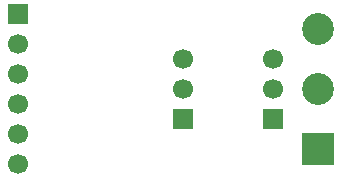
<source format=gbr>
%TF.GenerationSoftware,Altium Limited,Altium Designer,21.3.0 (21)*%
G04 Layer_Color=255*
%FSLAX45Y45*%
%MOMM*%
%TF.SameCoordinates,798F48EE-B9F3-42F3-8741-5E889E50E555*%
%TF.FilePolarity,Positive*%
%TF.FileFunction,Pads,Bot*%
%TF.Part,Single*%
G01*
G75*
%TA.AperFunction,ComponentPad*%
%ADD17C,2.70000*%
%ADD18R,2.70000X2.70000*%
%ADD19C,1.70000*%
%ADD20R,1.70000X1.70000*%
%ADD21R,1.70000X1.70000*%
D17*
X25717499Y20320000D02*
D03*
Y19812000D02*
D03*
D18*
Y19303999D02*
D03*
D19*
X23177499Y19177000D02*
D03*
Y19431000D02*
D03*
Y19685001D02*
D03*
Y19939000D02*
D03*
Y20192999D02*
D03*
X25336501Y19812000D02*
D03*
Y20066000D02*
D03*
X24574500D02*
D03*
Y19812000D02*
D03*
D20*
X23177499Y20447000D02*
D03*
D21*
X25336501Y19558000D02*
D03*
X24574500D02*
D03*
%TF.MD5,e0b1d66ff34e24fc2faf6c9d967a57bc*%
M02*

</source>
